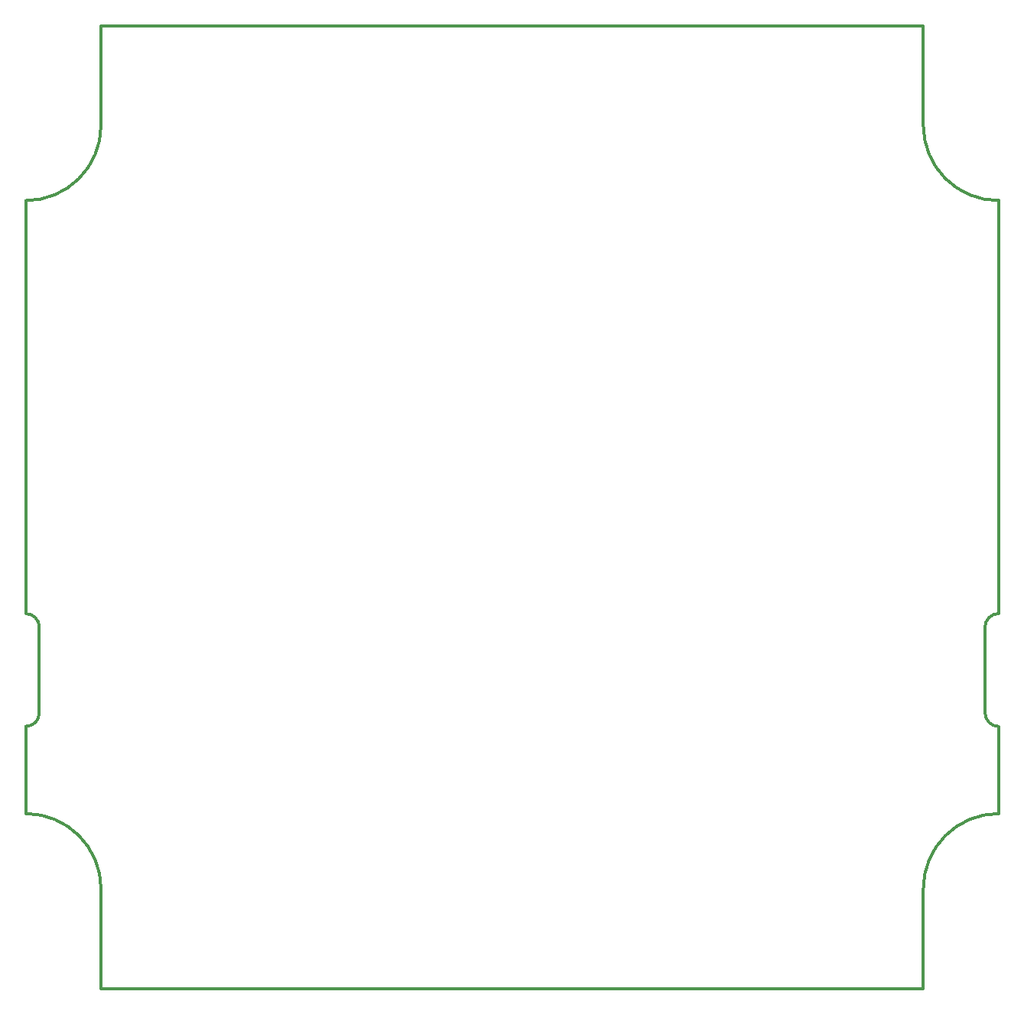
<source format=gbr>
G04 EasyPC Gerber Version 21.0.3 Build 4286 *
G04 #@! TF.Part,Single*
%FSLAX35Y35*%
%MOIN*%
%ADD10C,0.01200*%
X0Y0D02*
D02*
D10*
X418710Y123434D02*
Y160835D01*
G75*
G02X424616Y166741I5906*
G01*
Y346899*
G75*
G02X391820Y379694J32795*
G01*
Y423198*
X33395*
X33395Y379694*
G75*
G02X600Y346898I-32795*
G01*
Y166741*
G75*
G02X6506Y160836J-5906*
G01*
Y123434*
G75*
G02X600Y117529I-5906*
G01*
Y79497*
G75*
G02X33395Y46702J-32795*
G01*
Y3198*
X391820*
Y46702*
G75*
G02X424616Y79497I32795*
G01*
Y117529*
G75*
G02X418710Y123434J5905*
G01*
X0Y0D02*
M02*

</source>
